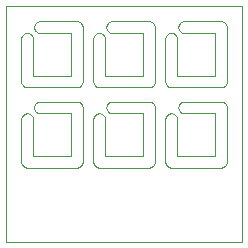
<source format=gko>
G75*
%MOIN*%
%OFA0B0*%
%FSLAX24Y24*%
%IPPOS*%
%LPD*%
%AMOC8*
5,1,8,0,0,1.08239X$1,22.5*
%
%ADD10C,0.0000*%
D10*
X000150Y000150D02*
X000150Y008024D01*
X008024Y008024D01*
X008024Y000150D01*
X000150Y000150D01*
X000859Y002630D02*
X002512Y002630D01*
X002538Y002632D01*
X002563Y002637D01*
X002587Y002645D01*
X002611Y002656D01*
X002632Y002671D01*
X002651Y002688D01*
X002668Y002707D01*
X002683Y002728D01*
X002694Y002752D01*
X002702Y002776D01*
X002707Y002801D01*
X002709Y002827D01*
X002709Y004638D01*
X002707Y004664D01*
X002702Y004689D01*
X002694Y004713D01*
X002683Y004737D01*
X002668Y004758D01*
X002651Y004777D01*
X002632Y004794D01*
X002611Y004809D01*
X002587Y004820D01*
X002563Y004828D01*
X002538Y004833D01*
X002512Y004835D01*
X001292Y004835D01*
X001266Y004833D01*
X001241Y004828D01*
X001217Y004820D01*
X001194Y004809D01*
X001172Y004794D01*
X001153Y004777D01*
X001136Y004758D01*
X001121Y004737D01*
X001110Y004713D01*
X001102Y004689D01*
X001097Y004664D01*
X001095Y004638D01*
X001097Y004612D01*
X001102Y004587D01*
X001110Y004563D01*
X001121Y004540D01*
X001136Y004518D01*
X001153Y004499D01*
X001172Y004482D01*
X001193Y004467D01*
X001217Y004456D01*
X001241Y004448D01*
X001266Y004443D01*
X001292Y004441D01*
X002315Y004441D01*
X002315Y003024D01*
X001056Y003024D01*
X001056Y004244D01*
X000859Y004441D02*
X000833Y004439D01*
X000808Y004434D01*
X000784Y004426D01*
X000761Y004415D01*
X000739Y004400D01*
X000720Y004383D01*
X000703Y004364D01*
X000688Y004343D01*
X000677Y004319D01*
X000669Y004295D01*
X000664Y004270D01*
X000662Y004244D01*
X000662Y002827D01*
X000664Y002801D01*
X000669Y002776D01*
X000677Y002752D01*
X000688Y002729D01*
X000703Y002707D01*
X000720Y002688D01*
X000739Y002671D01*
X000760Y002656D01*
X000784Y002645D01*
X000808Y002637D01*
X000833Y002632D01*
X000859Y002630D01*
X001056Y004244D02*
X001054Y004270D01*
X001049Y004295D01*
X001041Y004319D01*
X001030Y004343D01*
X001015Y004364D01*
X000998Y004383D01*
X000979Y004400D01*
X000958Y004415D01*
X000934Y004426D01*
X000910Y004434D01*
X000885Y004439D01*
X000859Y004441D01*
X000859Y005307D02*
X002512Y005307D01*
X002538Y005309D01*
X002563Y005314D01*
X002587Y005322D01*
X002611Y005333D01*
X002632Y005348D01*
X002651Y005365D01*
X002668Y005384D01*
X002683Y005406D01*
X002694Y005429D01*
X002702Y005453D01*
X002707Y005478D01*
X002709Y005504D01*
X002709Y007315D01*
X002707Y007341D01*
X002702Y007366D01*
X002694Y007390D01*
X002683Y007414D01*
X002668Y007435D01*
X002651Y007454D01*
X002632Y007471D01*
X002611Y007486D01*
X002587Y007497D01*
X002563Y007505D01*
X002538Y007510D01*
X002512Y007512D01*
X001292Y007512D01*
X001266Y007510D01*
X001241Y007505D01*
X001217Y007497D01*
X001194Y007486D01*
X001172Y007471D01*
X001153Y007454D01*
X001136Y007435D01*
X001121Y007414D01*
X001110Y007390D01*
X001102Y007366D01*
X001097Y007341D01*
X001095Y007315D01*
X001097Y007289D01*
X001102Y007264D01*
X001110Y007240D01*
X001121Y007217D01*
X001136Y007195D01*
X001153Y007176D01*
X001172Y007159D01*
X001193Y007144D01*
X001217Y007133D01*
X001241Y007125D01*
X001266Y007120D01*
X001292Y007118D01*
X001292Y007119D02*
X002315Y007119D01*
X002315Y005701D01*
X001056Y005701D01*
X001056Y006922D01*
X000859Y007119D02*
X000833Y007117D01*
X000808Y007112D01*
X000784Y007104D01*
X000761Y007093D01*
X000739Y007078D01*
X000720Y007061D01*
X000703Y007042D01*
X000688Y007021D01*
X000677Y006997D01*
X000669Y006973D01*
X000664Y006948D01*
X000662Y006922D01*
X000662Y005504D01*
X000664Y005478D01*
X000669Y005453D01*
X000677Y005429D01*
X000688Y005406D01*
X000703Y005384D01*
X000720Y005365D01*
X000739Y005348D01*
X000760Y005333D01*
X000784Y005322D01*
X000808Y005314D01*
X000833Y005309D01*
X000859Y005307D01*
X001056Y006922D02*
X001054Y006948D01*
X001049Y006973D01*
X001041Y006997D01*
X001030Y007021D01*
X001015Y007042D01*
X000998Y007061D01*
X000979Y007078D01*
X000958Y007093D01*
X000934Y007104D01*
X000910Y007112D01*
X000885Y007117D01*
X000859Y007119D01*
X003063Y006922D02*
X003063Y005504D01*
X003065Y005478D01*
X003070Y005453D01*
X003078Y005429D01*
X003089Y005406D01*
X003104Y005384D01*
X003121Y005365D01*
X003140Y005348D01*
X003161Y005333D01*
X003185Y005322D01*
X003209Y005314D01*
X003234Y005309D01*
X003260Y005307D01*
X004914Y005307D01*
X004940Y005309D01*
X004965Y005314D01*
X004989Y005322D01*
X005013Y005333D01*
X005034Y005348D01*
X005053Y005365D01*
X005070Y005384D01*
X005085Y005406D01*
X005096Y005429D01*
X005104Y005453D01*
X005109Y005478D01*
X005111Y005504D01*
X005111Y007315D01*
X005109Y007341D01*
X005104Y007366D01*
X005096Y007390D01*
X005085Y007414D01*
X005070Y007435D01*
X005053Y007454D01*
X005034Y007471D01*
X005013Y007486D01*
X004989Y007497D01*
X004965Y007505D01*
X004940Y007510D01*
X004914Y007512D01*
X003693Y007512D01*
X003667Y007510D01*
X003642Y007505D01*
X003618Y007497D01*
X003595Y007486D01*
X003573Y007471D01*
X003554Y007454D01*
X003537Y007435D01*
X003522Y007414D01*
X003511Y007390D01*
X003503Y007366D01*
X003498Y007341D01*
X003496Y007315D01*
X003498Y007289D01*
X003503Y007264D01*
X003511Y007240D01*
X003522Y007217D01*
X003537Y007195D01*
X003554Y007176D01*
X003573Y007159D01*
X003594Y007144D01*
X003618Y007133D01*
X003642Y007125D01*
X003667Y007120D01*
X003693Y007118D01*
X003693Y007119D02*
X004717Y007119D01*
X004717Y005701D01*
X003457Y005701D01*
X003457Y006922D01*
X003260Y007119D02*
X003234Y007117D01*
X003209Y007112D01*
X003185Y007104D01*
X003162Y007093D01*
X003140Y007078D01*
X003121Y007061D01*
X003104Y007042D01*
X003089Y007021D01*
X003078Y006997D01*
X003070Y006973D01*
X003065Y006948D01*
X003063Y006922D01*
X003260Y007119D02*
X003286Y007117D01*
X003311Y007112D01*
X003335Y007104D01*
X003359Y007093D01*
X003380Y007078D01*
X003399Y007061D01*
X003416Y007042D01*
X003431Y007021D01*
X003442Y006997D01*
X003450Y006973D01*
X003455Y006948D01*
X003457Y006922D01*
X005465Y006922D02*
X005465Y005504D01*
X005467Y005478D01*
X005472Y005453D01*
X005480Y005429D01*
X005491Y005406D01*
X005506Y005384D01*
X005523Y005365D01*
X005542Y005348D01*
X005564Y005333D01*
X005587Y005322D01*
X005611Y005314D01*
X005636Y005309D01*
X005662Y005307D01*
X007315Y005307D01*
X007341Y005309D01*
X007366Y005314D01*
X007390Y005322D01*
X007414Y005333D01*
X007435Y005348D01*
X007454Y005365D01*
X007471Y005384D01*
X007486Y005406D01*
X007497Y005429D01*
X007505Y005453D01*
X007510Y005478D01*
X007512Y005504D01*
X007512Y007315D01*
X007510Y007341D01*
X007505Y007366D01*
X007497Y007390D01*
X007486Y007414D01*
X007471Y007435D01*
X007454Y007454D01*
X007435Y007471D01*
X007414Y007486D01*
X007390Y007497D01*
X007366Y007505D01*
X007341Y007510D01*
X007315Y007512D01*
X006095Y007512D01*
X006069Y007510D01*
X006044Y007505D01*
X006020Y007497D01*
X005997Y007486D01*
X005975Y007471D01*
X005956Y007454D01*
X005939Y007435D01*
X005924Y007414D01*
X005913Y007390D01*
X005905Y007366D01*
X005900Y007341D01*
X005898Y007315D01*
X005900Y007289D01*
X005905Y007264D01*
X005913Y007240D01*
X005924Y007217D01*
X005939Y007195D01*
X005956Y007176D01*
X005975Y007159D01*
X005997Y007144D01*
X006020Y007133D01*
X006044Y007125D01*
X006069Y007120D01*
X006095Y007118D01*
X006095Y007119D02*
X007119Y007119D01*
X007119Y005701D01*
X005859Y005701D01*
X005859Y006922D01*
X005662Y007119D02*
X005636Y007117D01*
X005611Y007112D01*
X005587Y007104D01*
X005564Y007093D01*
X005542Y007078D01*
X005523Y007061D01*
X005506Y007042D01*
X005491Y007021D01*
X005480Y006997D01*
X005472Y006973D01*
X005467Y006948D01*
X005465Y006922D01*
X005662Y007119D02*
X005688Y007117D01*
X005713Y007112D01*
X005737Y007104D01*
X005761Y007093D01*
X005782Y007078D01*
X005801Y007061D01*
X005818Y007042D01*
X005833Y007021D01*
X005844Y006997D01*
X005852Y006973D01*
X005857Y006948D01*
X005859Y006922D01*
X006095Y004835D02*
X007315Y004835D01*
X007341Y004833D01*
X007366Y004828D01*
X007390Y004820D01*
X007414Y004809D01*
X007435Y004794D01*
X007454Y004777D01*
X007471Y004758D01*
X007486Y004737D01*
X007497Y004713D01*
X007505Y004689D01*
X007510Y004664D01*
X007512Y004638D01*
X007512Y002827D01*
X007510Y002801D01*
X007505Y002776D01*
X007497Y002752D01*
X007486Y002728D01*
X007471Y002707D01*
X007454Y002688D01*
X007435Y002671D01*
X007414Y002656D01*
X007390Y002645D01*
X007366Y002637D01*
X007341Y002632D01*
X007315Y002630D01*
X005662Y002630D01*
X005636Y002632D01*
X005611Y002637D01*
X005587Y002645D01*
X005564Y002656D01*
X005542Y002671D01*
X005523Y002688D01*
X005506Y002707D01*
X005491Y002729D01*
X005480Y002752D01*
X005472Y002776D01*
X005467Y002801D01*
X005465Y002827D01*
X005465Y004244D01*
X005467Y004270D01*
X005472Y004295D01*
X005480Y004319D01*
X005491Y004343D01*
X005506Y004364D01*
X005523Y004383D01*
X005542Y004400D01*
X005564Y004415D01*
X005587Y004426D01*
X005611Y004434D01*
X005636Y004439D01*
X005662Y004441D01*
X005688Y004439D01*
X005713Y004434D01*
X005737Y004426D01*
X005761Y004415D01*
X005782Y004400D01*
X005801Y004383D01*
X005818Y004364D01*
X005833Y004343D01*
X005844Y004319D01*
X005852Y004295D01*
X005857Y004270D01*
X005859Y004244D01*
X005859Y003024D01*
X007119Y003024D01*
X007119Y004441D01*
X006095Y004441D01*
X005898Y004638D02*
X005900Y004664D01*
X005905Y004689D01*
X005913Y004713D01*
X005924Y004737D01*
X005939Y004758D01*
X005956Y004777D01*
X005975Y004794D01*
X005997Y004809D01*
X006020Y004820D01*
X006044Y004828D01*
X006069Y004833D01*
X006095Y004835D01*
X005898Y004638D02*
X005900Y004612D01*
X005905Y004587D01*
X005913Y004563D01*
X005924Y004540D01*
X005939Y004518D01*
X005956Y004499D01*
X005975Y004482D01*
X005997Y004467D01*
X006020Y004456D01*
X006044Y004448D01*
X006069Y004443D01*
X006095Y004441D01*
X005111Y004638D02*
X005111Y002827D01*
X005109Y002801D01*
X005104Y002776D01*
X005096Y002752D01*
X005085Y002728D01*
X005070Y002707D01*
X005053Y002688D01*
X005034Y002671D01*
X005013Y002656D01*
X004989Y002645D01*
X004965Y002637D01*
X004940Y002632D01*
X004914Y002630D01*
X003260Y002630D01*
X003234Y002632D01*
X003209Y002637D01*
X003185Y002645D01*
X003161Y002656D01*
X003140Y002671D01*
X003121Y002688D01*
X003104Y002707D01*
X003089Y002729D01*
X003078Y002752D01*
X003070Y002776D01*
X003065Y002801D01*
X003063Y002827D01*
X003063Y004244D01*
X003065Y004270D01*
X003070Y004295D01*
X003078Y004319D01*
X003089Y004343D01*
X003104Y004364D01*
X003121Y004383D01*
X003140Y004400D01*
X003162Y004415D01*
X003185Y004426D01*
X003209Y004434D01*
X003234Y004439D01*
X003260Y004441D01*
X003286Y004439D01*
X003311Y004434D01*
X003335Y004426D01*
X003359Y004415D01*
X003380Y004400D01*
X003399Y004383D01*
X003416Y004364D01*
X003431Y004343D01*
X003442Y004319D01*
X003450Y004295D01*
X003455Y004270D01*
X003457Y004244D01*
X003457Y003024D01*
X004717Y003024D01*
X004717Y004441D01*
X003693Y004441D01*
X003496Y004638D02*
X003498Y004664D01*
X003503Y004689D01*
X003511Y004713D01*
X003522Y004737D01*
X003537Y004758D01*
X003554Y004777D01*
X003573Y004794D01*
X003595Y004809D01*
X003618Y004820D01*
X003642Y004828D01*
X003667Y004833D01*
X003693Y004835D01*
X004914Y004835D01*
X004940Y004833D01*
X004965Y004828D01*
X004989Y004820D01*
X005013Y004809D01*
X005034Y004794D01*
X005053Y004777D01*
X005070Y004758D01*
X005085Y004737D01*
X005096Y004713D01*
X005104Y004689D01*
X005109Y004664D01*
X005111Y004638D01*
X003693Y004441D02*
X003667Y004443D01*
X003642Y004448D01*
X003618Y004456D01*
X003594Y004467D01*
X003573Y004482D01*
X003554Y004499D01*
X003537Y004518D01*
X003522Y004540D01*
X003511Y004563D01*
X003503Y004587D01*
X003498Y004612D01*
X003496Y004638D01*
M02*

</source>
